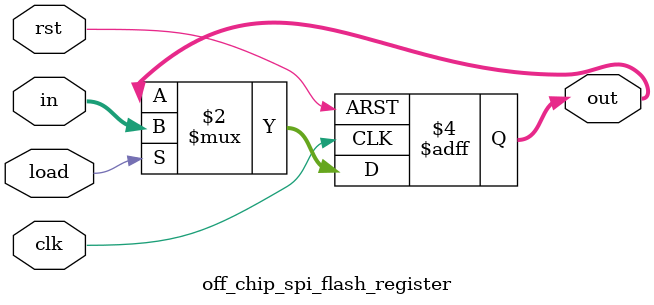
<source format=v>
module off_chip_spi_flash_register #(
    parameter SIZE = 32
) (
    input clk,
    input rst,
    input load,
    input [SIZE - 1:0] in,
    output reg [SIZE - 1:0] out
);
    
    always @(posedge clk, posedge rst) begin
        if(rst) begin
            out <= {(SIZE){1'b0}};
        end
        else if(load) begin
            out <= in;
        end
    end

endmodule
</source>
